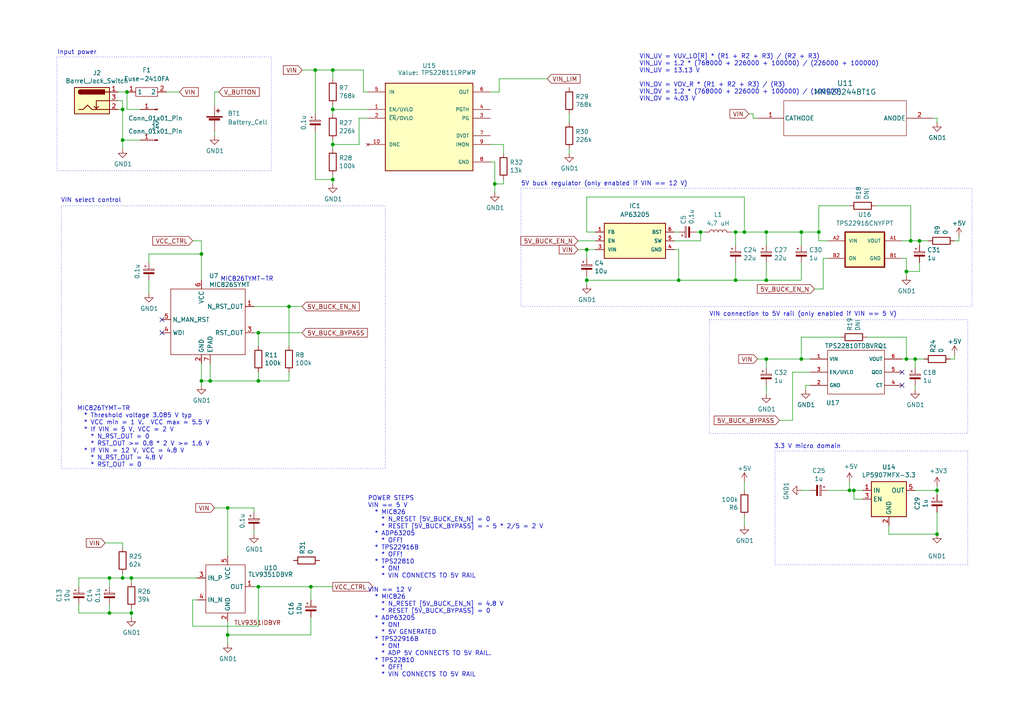
<source format=kicad_sch>
(kicad_sch (version 20231120) (generator "eeschema") (generator_version "8.0")
  (paper "A4")
  (lib_symbols
    (symbol "Connector:Barrel_Jack_Switch" (pin_names hide)
      (property "Reference" "J" (at 0 5.334 0))
      (property "Value" "Barrel_Jack_Switch" (at 0 -5.08 0))
      (symbol "Barrel_Jack_Switch_0_1"
        (rectangle (start -5.08 3.81) (end 5.08 -3.81) (stroke (width 0.254)) (fill (type background)))
        (arc (start -3.302 3.175) (mid -3.9343 2.54) (end -3.302 1.905) (stroke (width 0.254)))
        (arc (start -3.302 3.175) (mid -3.9343 2.54) (end -3.302 1.905) (stroke (width 0.254)) (fill (type outline)))
        (polyline (pts (xy 1.27 -2.286) (xy 1.905 -1.651)) (stroke (width 0.254)))
        (polyline (pts (xy 5.08 2.54) (xy 3.81 2.54)) (stroke (width 0.254)))
        (polyline (pts (xy 5.08 0) (xy 1.27 0) (xy 1.27 -2.286) (xy 0.635 -1.651)) (stroke (width 0.254)))
        (polyline (pts (xy -3.81 -2.54) (xy -2.54 -2.54) (xy -1.27 -1.27) (xy 0 -2.54) (xy 2.54 -2.54) (xy 5.08 -2.54)) (stroke (width 0.254)))
        (rectangle (start 3.683 3.175) (end -3.302 1.905) (stroke (width 0.254)) (fill (type outline)))
      )
      (symbol "Barrel_Jack_Switch_1_1"
        (pin passive line (at 7.62 2.54 180) (length 2.54) (name "~") (number "1"))
        (pin passive line (at 7.62 -2.54 180) (length 2.54) (name "~") (number "2"))
        (pin passive line (at 7.62 0 180) (length 2.54) (name "~") (number "3"))
      )
    )
    (symbol "Connector:Conn_01x01_Pin" (pin_names (offset 1.016) hide)
      (property "Reference" "J" (at 0 2.54 0))
      (property "Value" "Conn_01x01_Pin" (at 0 -2.54 0))
      (symbol "Conn_01x01_Pin_1_1"
        (polyline (pts (xy 1.27 0) (xy 0.8636 0)) (stroke (width 0.1524)))
        (rectangle (start 0.8636 0.127) (end 0 -0.127) (stroke (width 0.1524)) (fill (type outline)))
        (pin passive line (at 5.08 0 180) (length 3.81) (name "Pin_1") (number "1"))
      )
    )
    (symbol "Device:Battery_Cell" (pin_numbers hide) (pin_names (offset 0) hide)
      (property "Reference" "BT" (at 2.54 2.54 0))
      (property "Value" "Battery_Cell" (at 2.54 0 0))
      (symbol "Battery_Cell_0_1"
        (rectangle (start -2.286 1.778) (end 2.286 1.524) (fill (type outline)))
        (rectangle (start -1.5748 1.1938) (end 1.4732 0.6858) (fill (type outline)))
        (polyline (pts (xy 0 0.762) (xy 0 0)))
        (polyline (pts (xy 0 1.778) (xy 0 2.54)))
        (polyline (pts (xy 0.508 3.429) (xy 1.524 3.429)) (stroke (width 0.254)))
        (polyline (pts (xy 1.016 3.937) (xy 1.016 2.921)) (stroke (width 0.254)))
      )
      (symbol "Battery_Cell_1_1"
        (pin passive line (at 0 5.08 270) (length 2.54) (name "+") (number "1"))
        (pin passive line (at 0 -2.54 90) (length 2.54) (name "-") (number "2"))
      )
    )
    (symbol "Device:L" (pin_numbers hide) (pin_names (offset 1.016) hide)
      (property "Reference" "L" (at -1.27 0 90))
      (property "Value" "L" (at 1.905 0 90))
      (symbol "L_0_1"
        (arc (start 0 -2.54) (mid 0.6323 -1.905) (end 0 -1.27))
        (arc (start 0 -1.27) (mid 0.6323 -0.635) (end 0 0))
        (arc (start 0 0) (mid 0.6323 0.635) (end 0 1.27))
        (arc (start 0 1.27) (mid 0.6323 1.905) (end 0 2.54))
      )
      (symbol "L_1_1"
        (pin passive line (at 0 3.81 270) (length 1.27) (name "1") (number "1"))
        (pin passive line (at 0 -3.81 90) (length 1.27) (name "2") (number "2"))
      )
    )
    (symbol "Device:R" (pin_numbers hide) (pin_names (offset 0))
      (property "Reference" "R" (at 2.032 0 90))
      (property "Value" "R" (at 0 0 90))
      (symbol "R_0_1"
        (rectangle (start -1.016 -2.54) (end 1.016 2.54) (stroke (width 0.254)))
      )
      (symbol "R_1_1"
        (pin passive line (at 0 3.81 270) (length 1.27) (name "~") (number "1"))
        (pin passive line (at 0 -3.81 90) (length 1.27) (name "~") (number "2"))
      )
    )
    (symbol "Regulator_Linear:LP5907MFX-3.3"
      (property "Reference" "U" (at -3.81 6.35 0))
      (property "Value" "LP5907MFX-3.3" (at 6.35 6.35 0))
      (symbol "LP5907MFX-3.3_0_1"
        (rectangle (start -5.08 -5.08) (end 5.08 5.08) (stroke (width 0.254)) (fill (type background)))
        (pin power_in line (at -7.62 2.54 0) (length 2.54) (name "IN") (number "1"))
        (pin power_in line (at 0 -7.62 90) (length 2.54) (name "GND") (number "2"))
        (pin input line (at -7.62 0 0) (length 2.54) (name "EN") (number "3"))
        (pin no_connect line (at 5.08 0 180) (length 2.54) hide (name "NC") (number "4"))
        (pin power_out line (at 7.62 2.54 180) (length 2.54) (name "OUT") (number "5"))
      )
    )
    (symbol "power:+5V" (power) (pin_names (offset 0))
      (property "Value" "+5V" (at 0 3.556 0))
      (symbol "+5V_0_1"
        (polyline (pts (xy -0.762 1.27) (xy 0 2.54)))
        (polyline (pts (xy 0 0) (xy 0 2.54)))
        (polyline (pts (xy 0 2.54) (xy 0.762 1.27)))
      )
      (symbol "+5V_1_1"
        (pin power_in line (at 0 0 90) (length 0) hide (name "+5V") (number "1"))
      )
    )
    (symbol "power:GND1" (power) (pin_names (offset 0))
      (property "Value" "GND1" (at 0 -3.81 0))
      (symbol "GND1_0_1"
        (polyline (pts (xy 0 0) (xy 0 -1.27) (xy 1.27 -1.27) (xy 0 -2.54) (xy -1.27 -1.27) (xy 0 -1.27)))
      )
      (symbol "GND1_1_1"
        (pin power_in line (at 0 0 270) (length 0) hide (name "GND1") (number "1"))
      )
    )
    (symbol "spudglo_driver_v3p1-rescue:+3.3V-power" (power) (pin_names (offset 0))
      (property "Value" "+3.3V-power" (at 0 3.556 0))
      (symbol "+3.3V-power_0_1"
        (polyline (pts (xy -0.762 1.27) (xy 0 2.54)))
        (polyline (pts (xy 0 0) (xy 0 2.54)))
        (polyline (pts (xy 0 2.54) (xy 0.762 1.27)))
      )
      (symbol "+3.3V-power_1_1"
        (pin power_in line (at 0 0 90) (length 0) hide (name "+3V3") (number "1"))
      )
    )
    (symbol "spudglo_driver_v3p1-rescue:CP_Small-Device" (pin_numbers hide) (pin_names (offset 0.254) hide)
      (property "Reference" "C" (at 0.254 1.778 0))
      (property "Value" "CP_Small-Device" (at 0.254 -2.032 0))
      (symbol "CP_Small-Device_0_1"
        (rectangle (start -1.524 -0.3048) (end 1.524 -0.6858) (fill (type outline)))
        (rectangle (start -1.524 0.6858) (end 1.524 0.3048))
        (polyline (pts (xy -1.27 1.524) (xy -0.762 1.524)))
        (polyline (pts (xy -1.016 1.27) (xy -1.016 1.778)))
      )
      (symbol "CP_Small-Device_1_1"
        (pin passive line (at 0 2.54 270) (length 1.8542) (name "~") (number "1"))
        (pin passive line (at 0 -2.54 90) (length 1.8542) (name "~") (number "2"))
      )
    )
    (symbol "srw_custom:AP63205" (pin_names (offset 1.016))
      (property "Reference" "IC" (at 0 6.35 0))
      (property "Value" "AP63205" (at 0 -6.35 0))
      (symbol "AP63205_0_0"
        (rectangle (start -8.89 -5.08) (end 8.89 5.08) (stroke (width 0.254)) (fill (type background)))
        (pin bidirectional line (at -11.43 2.54 0) (length 2.54) (name "FB") (number "1"))
        (pin bidirectional line (at -11.43 0 0) (length 2.54) (name "EN") (number "2"))
        (pin bidirectional line (at -11.43 -2.54 0) (length 2.54) (name "VIN") (number "3"))
        (pin bidirectional line (at 11.43 -2.54 180) (length 2.54) (name "GND") (number "4"))
        (pin bidirectional line (at 11.43 0 180) (length 2.54) (name "SW") (number "5"))
        (pin bidirectional line (at 11.43 2.54 180) (length 2.54) (name "BST") (number "6"))
      )
    )
    (symbol "srw_custom:Fuse-2410FA"
      (property "Reference" "F" (at 0 0 0))
      (property "Value" "Fuse-2410FA" (at 0 2.54 0))
      (symbol "Fuse-2410FA_0_1"
        (rectangle (start 0 -2.54) (end 6.35 -5.08))
      )
      (symbol "Fuse-2410FA_1_1"
        (pin input line (at -2.54 -3.81 0) (length 2.54) (name "1") (number "1"))
        (pin input line (at 8.89 -3.81 180) (length 2.54) (name "2") (number "2"))
      )
    )
    (symbol "srw_custom:MIC826SYMT"
      (property "Reference" "U" (at -1.778 2.54 0))
      (symbol "MIC826SYMT_1_1"
        (rectangle (start 0 0) (end 21.59 -19.05))
        (pin input line (at 24.13 -5.08 180) (length 2.54) (name "N_RST_OUT") (number "1"))
        (pin input line (at 8.89 -21.59 90) (length 2.54) (name "GND") (number "2"))
        (pin input line (at 24.13 -12.7 180) (length 2.54) (name "RST_OUT") (number "3"))
        (pin input line (at -2.54 -12.7 0) (length 2.54) (name "WDI") (number "4"))
        (pin input line (at -2.54 -8.89 0) (length 2.54) (name "N_MAN_RST") (number "5"))
        (pin input line (at 8.89 2.54 270) (length 2.54) (name "VCC") (number "6"))
        (pin input line (at 11.43 -21.59 90) (length 2.54) (name "EPAD") (number "7"))
      )
    )
    (symbol "srw_custom:MMSZ5244BT1G" (pin_names (offset 0.254))
      (property "Reference" "U" (at 25.4 10.16 0))
      (property "Value" "MMSZ5244BT1G" (at 25.4 7.62 0))
      (symbol "MMSZ5244BT1G_0_1"
        (polyline (pts (xy 7.62 -5.08) (xy 43.18 -5.08)) (stroke (width 0.127)))
        (polyline (pts (xy 7.62 5.08) (xy 7.62 -5.08)) (stroke (width 0.127)))
        (polyline (pts (xy 43.18 -5.08) (xy 43.18 5.08)) (stroke (width 0.127)))
        (polyline (pts (xy 43.18 5.08) (xy 7.62 5.08)) (stroke (width 0.127)))
        (pin unspecified line (at 0 0 0) (length 7.62) (name "CATHODE") (number "1"))
        (pin unspecified line (at 50.8 0 180) (length 7.62) (name "ANODE") (number "2"))
      )
    )
    (symbol "srw_custom:TLV9351IDBVR"
      (property "Reference" "U" (at 3.81 -1.778 0))
      (symbol "TLV9351IDBVR_0_1"
        (rectangle (start 3.81 -3.81) (end 15.24 -17.78))
      )
      (symbol "TLV9351IDBVR_1_1"
        (text "TLV9351IDBVR" (at 18.796 -20.574 0) (effects (font (size 1.27 1.27))))
        (pin input line (at 17.78 -10.16 180) (length 2.54) (name "OUT") (number "1"))
        (pin input line (at 10.16 -20.32 90) (length 2.54) (name "GND") (number "2"))
        (pin input line (at 1.27 -7.62 0) (length 2.54) (name "IN_P") (number "3"))
        (pin input line (at 1.27 -13.97 0) (length 2.54) (name "IN_N") (number "4"))
        (pin input line (at 10.16 -1.27 270) (length 2.54) (name "VCC") (number "5"))
      )
    )
    (symbol "srw_custom:TPS22810TDBVRQ1"
      (property "Reference" "U" (at -1.778 1.778 0))
      (symbol "TPS22810TDBVRQ1_0_0"
        (pin bidirectional line (at -5.08 -2.54 0) (length 5.08) (name "VIN") (number "1"))
        (pin bidirectional line (at -5.08 -10.16 0) (length 5.08) (name "GND") (number "2"))
        (pin bidirectional line (at -5.08 -6.35 0) (length 5.08) (name "EN/UVLO") (number "3"))
        (pin bidirectional line (at 21.59 -10.16 180) (length 5.08) (name "CT") (number "4"))
        (pin bidirectional line (at 21.59 -6.35 180) (length 5.08) (name "QOD") (number "5"))
        (pin bidirectional line (at 21.59 -2.54 180) (length 5.08) (name "VOUT") (number "6"))
      )
      (symbol "TPS22810TDBVRQ1_1_1"
        (rectangle (start 0 0) (end 16.51 -12.7))
      )
    )
    (symbol "srw_custom:TPS22811LRPWR" (pin_names (offset 1.016))
      (property "Reference" "U" (at -12.7 13.462 0))
      (property "Value" "TPS22811LRPWR" (at -12.7 -15.24 0))
      (symbol "TPS22811LRPWR_0_0"
        (rectangle (start -12.7 -12.7) (end 12.7 12.7) (stroke (width 0.254)) (fill (type background)))
        (pin input line (at -17.78 5.08 0) (length 5.08) (name "EN/UVLO") (number "1"))
        (pin no_connect line (at -17.78 -5.08 0) (length 5.08) (name "DNC") (number "10"))
        (pin input line (at -17.78 2.54 0) (length 5.08) (name "~{EN}/OVLO") (number "2"))
        (pin output line (at 17.78 2.54 180) (length 5.08) (name "PG") (number "3"))
        (pin input line (at 17.78 5.08 180) (length 5.08) (name "PGTH") (number "4"))
        (pin input line (at -17.78 10.16 0) (length 5.08) (name "IN") (number "5"))
        (pin output line (at 17.78 10.16 180) (length 5.08) (name "OUT") (number "6"))
        (pin output line (at 17.78 -2.54 180) (length 5.08) (name "DVDT") (number "7"))
        (pin power_in line (at 17.78 -10.16 180) (length 5.08) (name "GND") (number "8"))
        (pin output line (at 17.78 -5.08 180) (length 5.08) (name "IMON") (number "9"))
      )
    )
    (symbol "srw_custom:TPS22916BYFPT" (pin_names (offset 1.016))
      (property "Reference" "U" (at -17.8193 8.6391 0))
      (property "Value" "TPS22916BYFPT" (at -29.464 -5.842 0))
      (symbol "TPS22916BYFPT_0_0"
        (rectangle (start -17.78 7.62) (end -6.35 -2.54) (stroke (width 0.41)) (fill (type background)))
        (pin output line (at -1.27 5.08 180) (length 5.08) (name "VOUT") (number "A1"))
        (pin input line (at -22.86 5.08 0) (length 5.08) (name "VIN") (number "A2"))
        (pin power_in line (at -1.27 0 180) (length 5.08) (name "GND") (number "B1"))
        (pin bidirectional line (at -22.86 0 0) (length 5.08) (name "ON") (number "B2"))
      )
    )
  )
  (junction (at 222.25 81.28))
  (junction (at 83.82 88.9))
  (junction (at 36.83 26.67))
  (junction (at 91.44 20.32))
  (junction (at 222.25 104.14))
  (junction (at 265.43 104.14))
  (junction (at 262.89 104.14))
  (junction (at 66.04 147.32))
  (junction (at 170.18 72.39))
  (junction (at 222.25 67.31))
  (junction (at 74.93 96.52))
  (junction (at 246.38 142.24))
  (junction (at 58.42 110.49))
  (junction (at 58.42 73.66))
  (junction (at 170.18 81.28))
  (junction (at 74.93 170.18))
  (junction (at 96.52 20.32))
  (junction (at 247.65 142.24))
  (junction (at 96.52 31.75))
  (junction (at 264.16 69.85))
  (junction (at 35.56 31.75))
  (junction (at 215.9 67.31))
  (junction (at 31.75 167.64))
  (junction (at 60.96 110.49))
  (junction (at 35.56 40.64))
  (junction (at 35.56 167.64))
  (junction (at 271.78 154.94))
  (junction (at 213.36 81.28))
  (junction (at 31.75 177.8))
  (junction (at 90.17 170.18))
  (junction (at 232.41 104.14))
  (junction (at 96.52 52.07))
  (junction (at 271.78 142.24))
  (junction (at 38.1 177.8))
  (junction (at 262.89 78.74))
  (junction (at 213.36 67.31))
  (junction (at 203.2 67.31))
  (junction (at 143.51 53.34))
  (junction (at 96.52 41.91))
  (junction (at 38.1 167.64))
  (junction (at 237.49 67.31))
  (junction (at 266.7 69.85))
  (junction (at 232.41 67.31))
  (junction (at 74.93 110.49))
  (junction (at 196.85 81.28))
  (junction (at 66.04 184.15))
  (no_connect (at 261.62 107.95))
  (no_connect (at 46.99 92.71))
  (no_connect (at 261.62 111.76))
  (no_connect (at 46.99 96.52))
  (wire (pts (xy 22.86 167.64) (xy 31.75 167.64)))
  (wire (pts (xy 237.49 69.85) (xy 240.03 69.85)))
  (wire (pts (xy 22.86 170.18) (xy 22.86 167.64)))
  (wire (pts (xy 96.52 30.48) (xy 96.52 31.75)))
  (wire (pts (xy 276.86 104.14) (xy 276.86 102.87)))
  (wire (pts (xy 31.75 175.26) (xy 31.75 177.8)))
  (wire (pts (xy 35.56 158.75) (xy 35.56 157.48)))
  (wire (pts (xy 262.89 74.93) (xy 262.89 78.74)))
  (wire (pts (xy 40.64 31.75) (xy 36.83 31.75)))
  (wire (pts (xy 87.63 20.32) (xy 91.44 20.32)))
  (wire (pts (xy 31.75 177.8) (xy 38.1 177.8)))
  (wire (pts (xy 96.52 52.07) (xy 96.52 53.34)))
  (wire (pts (xy 215.9 139.7) (xy 215.9 142.24)))
  (wire (pts (xy 31.75 167.64) (xy 31.75 170.18)))
  (wire (pts (xy 83.82 107.95) (xy 83.82 110.49)))
  (wire (pts (xy 266.7 78.74) (xy 262.89 78.74)))
  (wire (pts (xy 257.81 152.4) (xy 257.81 154.94)))
  (wire (pts (xy 96.52 50.8) (xy 96.52 52.07)))
  (wire (pts (xy 38.1 177.8) (xy 38.1 179.07)))
  (wire (pts (xy 105.41 26.67) (xy 106.68 26.67)))
  (wire (pts (xy 35.56 166.37) (xy 35.56 167.64)))
  (wire (pts (xy 90.17 170.18) (xy 90.17 173.99)))
  (wire (pts (xy 266.7 71.12) (xy 266.7 69.85)))
  (wire (pts (xy 262.89 104.14) (xy 265.43 104.14)))
  (wire (pts (xy 271.78 142.24) (xy 265.43 142.24)))
  (wire (pts (xy 91.44 20.32) (xy 96.52 20.32)))
  (wire (pts (xy 35.56 40.64) (xy 40.64 40.64)))
  (wire (pts (xy 170.18 72.39) (xy 172.72 72.39)))
  (wire (pts (xy 58.42 110.49) (xy 58.42 111.76)))
  (wire (pts (xy 43.18 73.66) (xy 43.18 76.2)))
  (wire (pts (xy 195.58 67.31) (xy 196.85 67.31)))
  (wire (pts (xy 96.52 20.32) (xy 105.41 20.32)))
  (wire (pts (xy 196.85 72.39) (xy 195.58 72.39)))
  (wire (pts (xy 215.9 149.86) (xy 215.9 152.4)))
  (wire (pts (xy 57.15 173.99) (xy 55.88 173.99)))
  (wire (pts (xy 232.41 104.14) (xy 234.95 104.14)))
  (wire (pts (xy 170.18 57.15) (xy 215.9 57.15)))
  (wire (pts (xy 261.62 74.93) (xy 262.89 74.93)))
  (wire (pts (xy 212.09 67.31) (xy 213.36 67.31)))
  (wire (pts (xy 58.42 69.85) (xy 58.42 73.66)))
  (wire (pts (xy 232.41 71.12) (xy 232.41 67.31)))
  (wire (pts (xy 34.29 26.67) (xy 36.83 26.67)))
  (wire (pts (xy 74.93 107.95) (xy 74.93 110.49)))
  (wire (pts (xy 143.51 53.34) (xy 143.51 55.88)))
  (wire (pts (xy 38.1 167.64) (xy 57.15 167.64)))
  (wire (pts (xy 232.41 142.24) (xy 234.95 142.24)))
  (wire (pts (xy 233.68 111.76) (xy 234.95 111.76)))
  (wire (pts (xy 73.66 96.52) (xy 74.93 96.52)))
  (wire (pts (xy 266.7 69.85) (xy 269.24 69.85)))
  (wire (pts (xy 218.44 33.02) (xy 217.17 33.02)))
  (wire (pts (xy 238.76 74.93) (xy 240.03 74.93)))
  (wire (pts (xy 261.62 69.85) (xy 264.16 69.85)))
  (wire (pts (xy 232.41 67.31) (xy 237.49 67.31)))
  (wire (pts (xy 246.38 139.7) (xy 246.38 142.24)))
  (wire (pts (xy 60.96 105.41) (xy 60.96 110.49)))
  (wire (pts (xy 96.52 41.91) (xy 96.52 43.18)))
  (wire (pts (xy 265.43 104.14) (xy 265.43 106.68)))
  (wire (pts (xy 251.46 97.79) (xy 262.89 97.79)))
  (wire (pts (xy 233.68 113.03) (xy 233.68 111.76)))
  (wire (pts (xy 146.05 41.91) (xy 142.24 41.91)))
  (wire (pts (xy 213.36 76.2) (xy 213.36 81.28)))
  (wire (pts (xy 31.75 167.64) (xy 35.56 167.64)))
  (wire (pts (xy 73.66 153.67) (xy 73.66 154.94)))
  (wire (pts (xy 38.1 176.53) (xy 38.1 177.8)))
  (wire (pts (xy 229.87 121.92) (xy 229.87 107.95)))
  (wire (pts (xy 142.24 46.99) (xy 143.51 46.99)))
  (wire (pts (xy 83.82 100.33) (xy 83.82 88.9)))
  (wire (pts (xy 271.78 34.29) (xy 271.78 35.56)))
  (wire (pts (xy 232.41 81.28) (xy 232.41 76.2)))
  (wire (pts (xy 165.1 43.18) (xy 165.1 44.45)))
  (wire (pts (xy 104.14 34.29) (xy 104.14 41.91)))
  (wire (pts (xy 170.18 81.28) (xy 170.18 82.55)))
  (wire (pts (xy 58.42 105.41) (xy 58.42 110.49)))
  (wire (pts (xy 74.93 110.49) (xy 83.82 110.49)))
  (wire (pts (xy 146.05 44.45) (xy 146.05 41.91)))
  (wire (pts (xy 278.13 68.58) (xy 278.13 69.85)))
  (wire (pts (xy 250.19 142.24) (xy 247.65 142.24)))
  (wire (pts (xy 247.65 144.78) (xy 247.65 142.24)))
  (wire (pts (xy 60.96 110.49) (xy 74.93 110.49)))
  (wire (pts (xy 219.71 104.14) (xy 222.25 104.14)))
  (wire (pts (xy 170.18 74.93) (xy 170.18 72.39)))
  (wire (pts (xy 48.26 26.67) (xy 52.07 26.67)))
  (wire (pts (xy 66.04 184.15) (xy 66.04 186.69)))
  (wire (pts (xy 22.86 177.8) (xy 22.86 175.26)))
  (wire (pts (xy 74.93 96.52) (xy 74.93 100.33)))
  (wire (pts (xy 31.75 177.8) (xy 22.86 177.8)))
  (wire (pts (xy 276.86 69.85) (xy 278.13 69.85)))
  (wire (pts (xy 144.78 22.86) (xy 144.78 26.67)))
  (wire (pts (xy 261.62 104.14) (xy 262.89 104.14)))
  (wire (pts (xy 222.25 81.28) (xy 232.41 81.28)))
  (wire (pts (xy 43.18 81.28) (xy 43.18 85.09)))
  (wire (pts (xy 264.16 69.85) (xy 266.7 69.85)))
  (wire (pts (xy 91.44 38.1) (xy 91.44 52.07)))
  (wire (pts (xy 74.93 96.52) (xy 87.63 96.52)))
  (wire (pts (xy 30.48 157.48) (xy 35.56 157.48)))
  (wire (pts (xy 275.59 104.14) (xy 276.86 104.14)))
  (wire (pts (xy 35.56 31.75) (xy 35.56 29.21)))
  (wire (pts (xy 35.56 29.21) (xy 34.29 29.21)))
  (wire (pts (xy 257.81 154.94) (xy 271.78 154.94)))
  (wire (pts (xy 90.17 179.07) (xy 90.17 184.15)))
  (wire (pts (xy 43.18 73.66) (xy 58.42 73.66)))
  (wire (pts (xy 203.2 67.31) (xy 204.47 67.31)))
  (wire (pts (xy 271.78 143.51) (xy 271.78 142.24)))
  (wire (pts (xy 222.25 106.68) (xy 222.25 104.14)))
  (wire (pts (xy 229.87 107.95) (xy 234.95 107.95)))
  (wire (pts (xy 222.25 76.2) (xy 222.25 81.28)))
  (wire (pts (xy 62.23 30.48) (xy 62.23 26.67)))
  (wire (pts (xy 104.14 41.91) (xy 96.52 41.91)))
  (wire (pts (xy 143.51 53.34) (xy 146.05 53.34)))
  (wire (pts (xy 250.19 144.78) (xy 247.65 144.78)))
  (wire (pts (xy 62.23 147.32) (xy 66.04 147.32)))
  (wire (pts (xy 243.84 97.79) (xy 232.41 97.79)))
  (wire (pts (xy 74.93 170.18) (xy 74.93 181.61)))
  (wire (pts (xy 213.36 81.28) (xy 222.25 81.28)))
  (wire (pts (xy 34.29 31.75) (xy 35.56 31.75)))
  (wire (pts (xy 62.23 26.67) (xy 63.5 26.67)))
  (wire (pts (xy 246.38 142.24) (xy 240.03 142.24)))
  (wire (pts (xy 62.23 38.1) (xy 62.23 39.37)))
  (wire (pts (xy 167.64 72.39) (xy 170.18 72.39)))
  (wire (pts (xy 74.93 170.18) (xy 73.66 170.18)))
  (wire (pts (xy 35.56 40.64) (xy 35.56 43.18)))
  (wire (pts (xy 146.05 52.07) (xy 146.05 53.34)))
  (wire (pts (xy 222.25 104.14) (xy 232.41 104.14)))
  (wire (pts (xy 264.16 69.85) (xy 264.16 59.69)))
  (wire (pts (xy 196.85 72.39) (xy 196.85 81.28)))
  (wire (pts (xy 90.17 170.18) (xy 96.52 170.18)))
  (wire (pts (xy 73.66 147.32) (xy 73.66 148.59)))
  (wire (pts (xy 91.44 52.07) (xy 96.52 52.07)))
  (wire (pts (xy 143.51 46.99) (xy 143.51 53.34)))
  (wire (pts (xy 35.56 31.75) (xy 35.56 40.64)))
  (wire (pts (xy 215.9 67.31) (xy 222.25 67.31)))
  (wire (pts (xy 237.49 67.31) (xy 237.49 69.85)))
  (wire (pts (xy 264.16 59.69) (xy 254 59.69)))
  (wire (pts (xy 55.88 173.99) (xy 55.88 181.61)))
  (wire (pts (xy 105.41 20.32) (xy 105.41 26.67)))
  (wire (pts (xy 96.52 31.75) (xy 96.52 33.02)))
  (wire (pts (xy 222.25 67.31) (xy 232.41 67.31)))
  (wire (pts (xy 196.85 81.28) (xy 213.36 81.28)))
  (wire (pts (xy 66.04 147.32) (xy 66.04 161.29)))
  (wire (pts (xy 238.76 74.93) (xy 238.76 83.82)))
  (wire (pts (xy 266.7 76.2) (xy 266.7 78.74)))
  (wire (pts (xy 55.88 181.61) (xy 74.93 181.61)))
  (wire (pts (xy 66.04 184.15) (xy 90.17 184.15)))
  (wire (pts (xy 36.83 31.75) (xy 36.83 26.67)))
  (wire (pts (xy 91.44 20.32) (xy 91.44 33.02)))
  (wire (pts (xy 219.71 34.29) (xy 218.44 34.29)))
  (wire (pts (xy 213.36 67.31) (xy 213.36 71.12)))
  (wire (pts (xy 144.78 22.86) (xy 158.75 22.86)))
  (wire (pts (xy 226.06 121.92) (xy 229.87 121.92)))
  (wire (pts (xy 170.18 67.31) (xy 172.72 67.31)))
  (wire (pts (xy 170.18 81.28) (xy 196.85 81.28)))
  (wire (pts (xy 271.78 148.59) (xy 271.78 154.94)))
  (wire (pts (xy 38.1 167.64) (xy 38.1 168.91)))
  (wire (pts (xy 195.58 69.85) (xy 203.2 69.85)))
  (wire (pts (xy 218.44 34.29) (xy 218.44 33.02)))
  (wire (pts (xy 167.64 69.85) (xy 172.72 69.85)))
  (wire (pts (xy 96.52 41.91) (xy 96.52 40.64)))
  (wire (pts (xy 96.52 31.75) (xy 106.68 31.75)))
  (wire (pts (xy 66.04 180.34) (xy 66.04 184.15)))
  (wire (pts (xy 271.78 142.24) (xy 271.78 140.97)))
  (wire (pts (xy 170.18 80.01) (xy 170.18 81.28)))
  (wire (pts (xy 270.51 34.29) (xy 271.78 34.29)))
  (wire (pts (xy 58.42 73.66) (xy 58.42 81.28)))
  (wire (pts (xy 265.43 111.76) (xy 265.43 113.03)))
  (wire (pts (xy 170.18 57.15) (xy 170.18 67.31)))
  (wire (pts (xy 247.65 142.24) (xy 246.38 142.24)))
  (wire (pts (xy 237.49 67.31) (xy 237.49 59.69)))
  (wire (pts (xy 58.42 110.49) (xy 60.96 110.49)))
  (wire (pts (xy 73.66 88.9) (xy 83.82 88.9)))
  (wire (pts (xy 265.43 104.14) (xy 267.97 104.14)))
  (wire (pts (xy 262.89 97.79) (xy 262.89 104.14)))
  (wire (pts (xy 222.25 67.31) (xy 222.25 71.12)))
  (wire (pts (xy 232.41 97.79) (xy 232.41 104.14)))
  (wire (pts (xy 237.49 59.69) (xy 246.38 59.69)))
  (wire (pts (xy 74.93 170.18) (xy 90.17 170.18)))
  (wire (pts (xy 96.52 20.32) (xy 96.52 22.86)))
  (wire (pts (xy 66.04 147.32) (xy 73.66 147.32)))
  (wire (pts (xy 201.93 67.31) (xy 203.2 67.31)))
  (wire (pts (xy 222.25 111.76) (xy 222.25 114.3)))
  (wire (pts (xy 203.2 69.85) (xy 203.2 67.31)))
  (wire (pts (xy 106.68 34.29) (xy 104.14 34.29)))
  (wire (pts (xy 144.78 26.67) (xy 142.24 26.67)))
  (wire (pts (xy 215.9 57.15) (xy 215.9 67.31)))
  (wire (pts (xy 236.22 83.82) (xy 238.76 83.82)))
  (wire (pts (xy 35.56 167.64) (xy 38.1 167.64)))
  (wire (pts (xy 165.1 33.02) (xy 165.1 35.56)))
  (wire (pts (xy 83.82 88.9) (xy 87.63 88.9)))
  (wire (pts (xy 262.89 78.74) (xy 262.89 80.01)))
  (wire (pts (xy 213.36 67.31) (xy 215.9 67.31)))
  (wire (pts (xy 55.88 69.85) (xy 58.42 69.85)))
  (rectangle (start 151.13 54.61) (end 281.94 88.9) (stroke (width 0) (type dot)))
  (rectangle (start 16.51 16.51) (end 78.74 49.53) (stroke (width 0) (type dot)))
  (rectangle (start 205.74 92.71) (end 280.67 125.73) (stroke (width 0) (type dot)))
  (rectangle (start 17.78 59.69) (end 111.76 135.89) (stroke (width 0) (type dot)))
  (rectangle (start 224.79 130.81) (end 280.67 163.83) (stroke (width 0) (type dot)))
  (text "VIN select control" (at 26.416 58.166 0) (effects (font (size 1.27 1.27))))
  (text "VIN connection to 5V rail (only enabled if VIN == 5 V)" (at 232.918 91.186 0) (effects (font (size 1.27 1.27))))
  (text "5V buck regulator (only enabled if VIN == 12 V)" (at 175.26 53.34 0) (effects (font (size 1.27 1.27))))
  (text "MIC826TYMT-TR" (at 71.628 81.026 0) (effects (font (size 1.27 1.27))))
  (text "POWER STEPS\nVIN == 5 V\n  * MIC826\n    * N_RESET [5V_BUCK_EN_N] = 0\n    * RESET [5V_BUCK_BYPASS] = ~ 5 * 2/5 = 2 V\n  * ADP63205\n    * OFF! \n  * TPS22916B\n    * OFF! \n  * TPS22810\n    * ON!  \n    * VIN CONNECTS TO 5V RAIL\n\nVIN == 12 V\n  * MIC826 \n    * N_RESET [5V_BUCK_EN_N] = 4.8 V\n    * RESET [5V_BUCK_BYPASS] = 0\n  * ADP63205\n    * ON! \n    * 5V GENERATED\n  * TPS22916B\n    * ON!\n    * ADP 5V CONNECTS TO 5V RAIL.\n  * TPS22810\n    * OFF!  \n    * VIN CONNECTS TO 5V RAIL" (at 106.68 170.18 0) (effects (font (size 1.27 1.27)) (justify left)))
  (text "Input power\n" (at 22.352 15.24 0) (effects (font (size 1.27 1.27))))
  (text "VIN_UV = VUV_LO[R] * (R1 + R2 + R3) / (R2 + R3)\nVIN_UV = 1.2 * (768000 + 226000 + 100000) / (226000 + 100000)\nVIN_UV = 13.13 V\n\nVIN_OV = VOV_R * (R1 + R2 + R3) / (R3)\nVIN_OV = 1.2 * (768000 + 226000 + 100000) / (100000)\nVIN_OV = 4.03 V" (at 185.42 22.606 0) (effects (font (size 1.27 1.27)) (justify left)))
  (text "MIC826TYMT-TR\n  * Threshold voltage 3.085 V typ\n  * VCC min = 1 V.  VCC max = 5.5 V\n  * If VIN = 5 V, VCC = 2 V\n    * N_RST_OUT = 0 \n    * RST_OUT >= 0.8 * 2 V >= 1.6 V\n  * If VIN = 12 V, VCC = 4.8 V\n    * N_RST_OUT = 4.8 V \n    * RST_OUT = 0 \n" (at 22.352 126.746 0) (effects (font (size 1.27 1.27)) (justify left)))
  (text "3.3 V micro domain" (at 234.188 129.54 0) (effects (font (size 1.27 1.27))))
  (global_label "V_BUTTON" (shape input) (at 63.5 26.67 0) (property "Intersheetrefs" "${INTERSHEET_REFS}" (effects (hide yes))))
  (global_label "VIN" (shape input) (at 219.71 104.14 180) (property "Intersheetrefs" "${INTERSHEET_REFS}" (effects (hide yes))))
  (global_label "VIN" (shape input) (at 30.48 157.48 180) (property "Intersheetrefs" "${INTERSHEET_REFS}" (effects (hide yes))))
  (global_label "5V_BUCK_EN_N" (shape input) (at 236.22 83.82 180) (property "Intersheetrefs" "${INTERSHEET_REFS}" (effects (hide yes))))
  (global_label "VIN" (shape input) (at 62.23 147.32 180) (property "Intersheetrefs" "${INTERSHEET_REFS}" (effects (hide yes))))
  (global_label "VIN" (shape input) (at 167.64 72.39 180) (property "Intersheetrefs" "${INTERSHEET_REFS}" (effects (hide yes))))
  (global_label "5V_BUCK_EN_N" (shape input) (at 167.64 69.85 180) (property "Intersheetrefs" "${INTERSHEET_REFS}" (effects (hide yes))))
  (global_label "VCC_CTRL" (shape output) (at 96.52 170.18 0) (property "Intersheetrefs" "${INTERSHEET_REFS}" (effects (hide yes))))
  (global_label "VIN" (shape input) (at 217.17 33.02 180) (property "Intersheetrefs" "${INTERSHEET_REFS}" (effects (hide yes))))
  (global_label "VCC_CTRL" (shape input) (at 55.88 69.85 180) (property "Intersheetrefs" "${INTERSHEET_REFS}" (effects (hide yes))))
  (global_label "5V_BUCK_EN_N" (shape input) (at 87.63 88.9 0) (property "Intersheetrefs" "${INTERSHEET_REFS}" (effects (hide yes))))
  (global_label "VIN" (shape input) (at 87.63 20.32 180) (property "Intersheetrefs" "${INTERSHEET_REFS}" (effects (hide yes))))
  (global_label "5V_BUCK_BYPASS" (shape input) (at 226.06 121.92 180) (property "Intersheetrefs" "${INTERSHEET_REFS}" (effects (hide yes))))
  (global_label "5V_BUCK_BYPASS" (shape input) (at 87.63 96.52 0) (property "Intersheetrefs" "${INTERSHEET_REFS}" (effects (hide yes))))
  (global_label "VIN_LIM" (shape input) (at 158.75 22.86 0) (property "Intersheetrefs" "${INTERSHEET_REFS}" (effects (hide yes))))
  (global_label "VIN" (shape input) (at 52.07 26.67 0) (property "Intersheetrefs" "${INTERSHEET_REFS}" (effects (hide yes))))
  (symbol (lib_id "power:GND1") (at 170.18 82.55 0) (unit 1)
    (property "Reference" "#PWR029" (effects (hide yes)))
    (property "Value" "GND1" (at 170.307 86.9442 0))
  )
  (symbol (lib_id "srw_custom:TPS22810TDBVRQ1") (at 240.03 101.6 0) (unit 1)
    (property "Reference" "U17" (at 241.554 116.84 0))
    (property "Value" "TPS22810TDBVRQ1" (at 248.285 100.33 0))
    (property "Footprint" "srw_custom:TPS22810TDBVRQ1" (effects (hide yes)))
  )
  (symbol (lib_id "Connector:Conn_01x01_Pin") (at 45.72 40.64 180) (unit 1)
    (property "Reference" "J5" (at 45.085 35.56 0))
    (property "Value" "Conn_01x01_Pin" (at 45.085 38.1 0))
    (property "Footprint" "Connector_Pin:Pin_D1.3mm_L11.0mm_LooseFit" (effects (hide yes)))
    (property "Description" "Generic connector, single row, 01x01, script generated" (effects (hide yes)))
  )
  (symbol (lib_id "spudglo_driver_v3p1-rescue:CP_Small-Device") (at 222.25 109.22 0) (unit 1)
    (property "Reference" "C32" (at 224.4852 108.0516 0) (effects (justify left)))
    (property "Value" "1u" (at 224.4852 110.363 0) (effects (justify left)))
    (property "Footprint" "Capacitor_SMD:C_0402_1005Metric_Pad0.74x0.62mm_HandSolder" (effects (hide yes)))
  )
  (symbol (lib_id "spudglo_driver_v3p1-rescue:CP_Small-Device") (at 265.43 109.22 0) (unit 1)
    (property "Reference" "C18" (at 267.6652 108.0516 0) (effects (justify left)))
    (property "Value" "1u" (at 267.6652 110.363 0) (effects (justify left)))
    (property "Footprint" "Capacitor_SMD:C_0402_1005Metric_Pad0.74x0.62mm_HandSolder" (effects (hide yes)))
  )
  (symbol (lib_id "spudglo_driver_v3p1-rescue:CP_Small-Device") (at 237.49 142.24 270) (unit 1)
    (property "Reference" "C25" (at 237.49 136.525 90))
    (property "Value" "1u" (at 237.49 138.8364 90))
    (property "Footprint" "Capacitor_SMD:C_0402_1005Metric_Pad0.74x0.62mm_HandSolder" (effects (hide yes)))
  )
  (symbol (lib_id "Device:R") (at 165.1 39.37 0) (unit 1)
    (property "Reference" "R30" (at 166.878 38.2016 0) (effects (justify left)))
    (property "Value" "226k" (at 166.878 40.513 0) (effects (justify left)))
    (property "Footprint" "Resistor_SMD:R_0402_1005Metric_Pad0.72x0.64mm_HandSolder" (effects (hide yes)))
  )
  (symbol (lib_id "srw_custom:TLV9351IDBVR") (at 55.88 160.02 0) (unit 1)
    (property "Reference" "U10" (at 78.486 164.7189 0))
    (property "Value" "TLV9351DBVR" (at 78.486 166.624 0))
    (property "Footprint" "Package_TO_SOT_SMD:SOT-23-5" (effects (hide yes)))
    (property "Datasheet" "https://www.ti.com/lit/ds/symlink/tlv9354.pdf?HQS=dis-dk-null-digikeymode-dsf-pf-null-wwe&ts=1732030017863" (effects (hide yes)))
  )
  (symbol (lib_id "spudglo_driver_v3p1-rescue:CP_Small-Device") (at 91.44 35.56 0) (unit 1)
    (property "Reference" "C17" (effects (hide yes)))
    (property "Value" "0.1u" (at 88.0364 35.56 90))
    (property "Footprint" "Capacitor_SMD:C_0402_1005Metric_Pad0.74x0.62mm_HandSolder" (effects (hide yes)))
  )
  (symbol (lib_id "srw_custom:TPS22811LRPWR") (at 124.46 36.83 0) (unit 1)
    (property "Reference" "U15" (at 124.46 19.05 0))
    (property "Value" "TPS22811LRPWR" (at 126.746 21.082 0) (show_name yes))
    (property "Footprint" "srw_custom:IC_TPS22811LRPWR" (effects (hide yes)))
    (property "PARTREV" "A" (effects (hide yes)))
    (property "MANUFACTURER" "Texas Instruments" (effects (hide yes)))
    (property "SNAPEDA_PN" "TPS22811LRPWR" (effects (hide yes)))
    (property "MAXIMUM_PACKAGE_HEIGHT" "1mm" (effects (hide yes)))
    (property "STANDARD" "Manufacturer Recommendations" (effects (hide yes)))
  )
  (symbol (lib_id "Device:Battery_Cell") (at 62.23 35.56 0) (unit 1)
    (property "Reference" "BT1" (at 66.04 32.893 0) (effects (justify left)))
    (property "Value" "Battery_Cell" (at 66.04 35.433 0) (effects (justify left)))
    (property "Footprint" "Battery:BatteryHolder_Keystone_500" (effects (hide yes)))
  )
  (symbol (lib_id "Device:R") (at 165.1 29.21 0) (unit 1)
    (property "Reference" "R29" (at 166.878 28.0416 0) (effects (justify left)))
    (property "Value" "768k" (at 166.878 30.353 0) (effects (justify left)))
    (property "Footprint" "Resistor_SMD:R_0402_1005Metric_Pad0.72x0.64mm_HandSolder" (effects (hide yes)))
  )
  (symbol (lib_id "spudglo_driver_v3p1-rescue:CP_Small-Device") (at 43.18 78.74 0) (unit 1)
    (property "Reference" "C28" (effects (hide yes)))
    (property "Value" "0.1u" (at 39.7764 78.74 90))
    (property "Footprint" "Capacitor_SMD:C_0402_1005Metric_Pad0.74x0.62mm_HandSolder" (effects (hide yes)))
  )
  (symbol (lib_id "power:GND1") (at 38.1 179.07 0) (unit 1)
    (property "Reference" "#PWR046" (effects (hide yes)))
    (property "Value" "GND1" (at 38.227 183.4642 0))
  )
  (symbol (lib_id "power:GND1") (at 233.68 113.03 0) (unit 1)
    (property "Reference" "#PWR035" (effects (hide yes)))
    (property "Value" "GND1" (at 233.807 117.4242 0))
  )
  (symbol (lib_id "Device:R") (at 74.93 104.14 0) (unit 1)
    (property "Reference" "R11" (at 76.708 102.9716 0) (effects (justify left)))
    (property "Value" "100k" (at 76.708 105.283 0) (effects (justify left)))
    (property "Footprint" "Resistor_SMD:R_0402_1005Metric_Pad0.72x0.64mm_HandSolder" (effects (hide yes)))
  )
  (symbol (lib_id "power:GND1") (at 58.42 111.76 0) (unit 1)
    (property "Reference" "#PWR033" (effects (hide yes)))
    (property "Value" "GND1" (at 58.547 116.1542 0))
  )
  (symbol (lib_id "power:+5V") (at 276.86 102.87 0) (unit 1)
    (property "Reference" "#PWR024" (effects (hide yes)))
    (property "Value" "+5V" (at 276.86 99.06 0))
  )
  (symbol (lib_id "power:GND1") (at 66.04 186.69 0) (unit 1)
    (property "Reference" "#PWR041" (effects (hide yes)))
    (property "Value" "GND1" (at 66.167 191.0842 0))
  )
  (symbol (lib_id "Device:R") (at 88.9 162.56 90) (unit 1)
    (property "Reference" "R31" (at 87.7316 160.782 0) (effects (justify left)))
    (property "Value" "0" (at 90.043 160.782 0) (effects (justify left)))
    (property "Footprint" "Resistor_SMD:R_0402_1005Metric_Pad0.72x0.64mm_HandSolder" (effects (hide yes)))
  )
  (symbol (lib_id "srw_custom:MMSZ5244BT1G") (at 219.71 34.29 0) (unit 1)
    (property "Reference" "U11" (at 245.11 24.13 0) (effects (font (size 1.524 1.524))))
    (property "Value" "MMSZ5244BT1G" (at 245.11 26.67 0) (effects (font (size 1.524 1.524))))
    (property "Footprint" "srw_custom:SOD-123_ONS" (effects (hide yes)))
    (property "Datasheet" "MMSZ5244BT1G" (effects (hide yes)))
  )
  (symbol (lib_id "power:GND1") (at 165.1 44.45 0) (unit 1)
    (property "Reference" "#PWR061" (effects (hide yes)))
    (property "Value" "GND1" (at 165.227 48.8442 0))
  )
  (symbol (lib_id "spudglo_driver_v3p1-rescue:CP_Small-Device") (at 199.39 67.31 90) (unit 1)
    (property "Reference" "C5" (at 198.2216 65.0748 0) (effects (justify left)))
    (property "Value" "0.1u" (at 200.533 65.0748 0) (effects (justify left)))
    (property "Footprint" "Capacitor_SMD:C_0402_1005Metric_Pad0.74x0.62mm_HandSolder" (effects (hide yes)))
  )
  (symbol (lib_id "Device:R") (at 250.19 59.69 90) (unit 1)
    (property "Reference" "R18" (at 249.0216 57.912 0) (effects (justify left)))
    (property "Value" "DNI" (at 251.333 57.912 0) (effects (justify left)))
    (property "Footprint" "Resistor_SMD:R_0402_1005Metric_Pad0.72x0.64mm_HandSolder" (effects (hide yes)))
  )
  (symbol (lib_id "Regulator_Linear:LP5907MFX-3.3") (at 257.81 144.78 0) (unit 1)
    (property "Reference" "U14" (at 257.81 135.4582 0))
    (property "Value" "LP5907MFX-3.3" (at 257.81 137.7696 0))
    (property "Footprint" "Package_TO_SOT_SMD:SOT-23-5" (effects (hide yes)))
    (property "Datasheet" "http://www.ti.com/lit/ds/symlink/lp5907.pdf" (effects (hide yes)))
  )
  (symbol (lib_id "power:GND1") (at 265.43 113.03 0) (unit 1)
    (property "Reference" "#PWR030" (effects (hide yes)))
    (property "Value" "GND1" (at 265.557 117.4242 0))
  )
  (symbol (lib_id "Device:R") (at 38.1 172.72 0) (unit 1)
    (property "Reference" "R26" (at 39.878 171.5516 0) (effects (justify left)))
    (property "Value" "39k" (at 39.878 173.863 0) (effects (justify left)))
    (property "Footprint" "Resistor_SMD:R_0402_1005Metric_Pad0.72x0.64mm_HandSolder" (effects (hide yes)))
  )
  (symbol (lib_id "Device:R") (at 247.65 97.79 90) (unit 1)
    (property "Reference" "R19" (at 246.4816 96.012 0) (effects (justify left)))
    (property "Value" "DNI" (at 248.793 96.012 0) (effects (justify left)))
    (property "Footprint" "Resistor_SMD:R_0402_1005Metric_Pad0.72x0.64mm_HandSolder" (effects (hide yes)))
  )
  (symbol (lib_id "srw_custom:AP63205") (at 184.15 69.85 0) (unit 1)
    (property "Reference" "IC1" (at 184.15 59.69 0))
    (property "Value" "AP63205" (at 184.15 62.23 0))
    (property "Footprint" "srw_custom:AP63205" (effects (hide yes)))
    (property "MF" "Diodes Zetex" (effects (hide yes)))
    (property "Description_1" "\nConv DC-DC 3.8V to 32V Synchronous Step Down Single-Out 5V 2A 6-Pin TSOT-26 T/R\n" (effects (hide yes)))
    (property "Package" "None" (effects (hide yes)))
    (property "Price" "None" (effects (hide yes)))
    (property "SnapEDA_Link" "https://www.snapeda.com/parts/AP63205/Zetex/view-part/?ref=snap" (effects (hide yes)))
    (property "MP" "AP63205" (effects (hide yes)))
    (property "Availability" "Not in stock" (effects (hide yes)))
    (property "Check_prices" "https://www.snapeda.com/parts/AP63205/Zetex/view-part/?ref=eda" (effects (hide yes)))
  )
  (symbol (lib_id "spudglo_driver_v3p1-rescue:CP_Small-Device") (at 232.41 73.66 0) (unit 1)
    (property "Reference" "C30" (at 234.6452 72.4916 0) (effects (justify left)))
    (property "Value" "1u" (at 234.6452 74.803 0) (effects (justify left)))
    (property "Footprint" "Capacitor_SMD:C_0402_1005Metric_Pad0.74x0.62mm_HandSolder" (effects (hide yes)))
  )
  (symbol (lib_id "Connector:Barrel_Jack_Switch") (at 26.67 29.21 0) (unit 1)
    (property "Reference" "J2" (at 28.1178 21.1582 0))
    (property "Value" "Barrel_Jack_Switch" (at 28.1178 23.4696 0))
    (property "Footprint" "Connector_BarrelJack:BarrelJack_Wuerth_6941xx301002" (effects (hide yes)))
  )
  (symbol (lib_id "power:+5V") (at 278.13 68.58 0) (unit 1)
    (property "Reference" "#PWR031" (effects (hide yes)))
    (property "Value" "+5V" (at 278.13 64.77 0))
  )
  (symbol (lib_id "power:GND1") (at 143.51 55.88 0) (unit 1)
    (property "Reference" "#PWR059" (effects (hide yes)))
    (property "Value" "GND1" (at 143.637 60.2742 0))
  )
  (symbol (lib_id "Device:R") (at 96.52 46.99 0) (unit 1)
    (property "Reference" "R28" (at 98.298 45.8216 0) (effects (justify left)))
    (property "Value" "100k" (at 98.298 48.133 0) (effects (justify left)))
    (property "Footprint" "Resistor_SMD:R_0402_1005Metric_Pad0.72x0.64mm_HandSolder" (effects (hide yes)))
  )
  (symbol (lib_id "power:GND1") (at 62.23 39.37 0) (unit 1)
    (property "Reference" "#PWR045" (effects (hide yes)))
    (property "Value" "GND1" (at 62.357 43.7642 0))
  )
  (symbol (lib_id "power:GND1") (at 73.66 154.94 0) (unit 1)
    (property "Reference" "#PWR047" (effects (hide yes)))
    (property "Value" "GND1" (at 73.787 159.3342 0))
  )
  (symbol (lib_id "Connector:Conn_01x01_Pin") (at 45.72 31.75 180) (unit 1)
    (property "Reference" "J4" (at 45.085 36.83 0))
    (property "Value" "Conn_01x01_Pin" (at 45.085 34.29 0))
    (property "Footprint" "Connector_Pin:Pin_D1.3mm_L11.0mm_LooseFit" (effects (hide yes)))
    (property "Description" "Generic connector, single row, 01x01, script generated" (effects (hide yes)))
  )
  (symbol (lib_id "spudglo_driver_v3p1-rescue:CP_Small-Device") (at 222.25 73.66 0) (unit 1)
    (property "Reference" "C27" (at 224.4852 72.4916 0) (effects (justify left)))
    (property "Value" "22u" (at 224.4852 74.803 0) (effects (justify left)))
    (property "Footprint" "Capacitor_SMD:C_0402_1005Metric_Pad0.74x0.62mm_HandSolder" (effects (hide yes)))
  )
  (symbol (lib_id "power:+5V") (at 246.38 139.7 0) (unit 1)
    (property "Reference" "#PWR021" (effects (hide yes)))
    (property "Value" "+5V" (at 246.761 135.3058 0))
  )
  (symbol (lib_id "Device:R") (at 83.82 104.14 0) (unit 1)
    (property "Reference" "R8" (at 85.598 102.9716 0) (effects (justify left)))
    (property "Value" "100k" (at 85.598 105.283 0) (effects (justify left)))
    (property "Footprint" "Resistor_SMD:R_0402_1005Metric_Pad0.72x0.64mm_HandSolder" (effects (hide yes)))
  )
  (symbol (lib_id "srw_custom:Fuse-2410FA") (at 39.37 22.86 0) (unit 1)
    (property "Reference" "F1" (at 42.545 20.32 0))
    (property "Value" "Fuse-2410FA" (at 42.545 22.86 0))
    (property "Footprint" "srw_custom:2410FA" (effects (hide yes)))
  )
  (symbol (lib_id "spudglo_driver_v3p1-rescue:CP_Small-Device") (at 73.66 151.13 0) (unit 1)
    (property "Reference" "C12" (effects (hide yes)))
    (property "Value" "0.1u" (at 70.2564 151.13 90))
    (property "Footprint" "Capacitor_SMD:C_0402_1005Metric_Pad0.74x0.62mm_HandSolder" (effects (hide yes)))
  )
  (symbol (lib_id "power:GND1") (at 271.78 35.56 0) (unit 1)
    (property "Reference" "#PWR056" (effects (hide yes)))
    (property "Value" "GND1" (at 271.907 39.9542 0))
  )
  (symbol (lib_id "spudglo_driver_v3p1-rescue:CP_Small-Device") (at 266.7 73.66 0) (unit 1)
    (property "Reference" "C31" (at 268.9352 72.4916 0) (effects (justify left)))
    (property "Value" "1u" (at 268.9352 74.803 0) (effects (justify left)))
    (property "Footprint" "Capacitor_SMD:C_0402_1005Metric_Pad0.74x0.62mm_HandSolder" (effects (hide yes)))
  )
  (symbol (lib_id "spudglo_driver_v3p1-rescue:CP_Small-Device") (at 90.17 176.53 0) (unit 1)
    (property "Reference" "C16" (at 84.455 176.53 90))
    (property "Value" "10u" (at 86.7664 176.53 90))
    (property "Footprint" "Capacitor_SMD:C_0402_1005Metric_Pad0.74x0.62mm_HandSolder" (effects (hide yes)))
  )
  (symbol (lib_id "Device:R") (at 35.56 162.56 0) (unit 1)
    (property "Reference" "R25" (at 37.338 161.3916 0) (effects (justify left)))
    (property "Value" "62k" (at 37.338 163.703 0) (effects (justify left)))
    (property "Footprint" "Resistor_SMD:R_0402_1005Metric_Pad0.72x0.64mm_HandSolder" (effects (hide yes)))
  )
  (symbol (lib_id "spudglo_driver_v3p1-rescue:CP_Small-Device") (at 213.36 73.66 0) (unit 1)
    (property "Reference" "C24" (at 215.5952 72.4916 0) (effects (justify left)))
    (property "Value" "22u" (at 215.5952 74.803 0) (effects (justify left)))
    (property "Footprint" "Capacitor_SMD:C_0402_1005Metric_Pad0.74x0.62mm_HandSolder" (effects (hide yes)))
  )
  (symbol (lib_id "power:GND1") (at 222.25 114.3 0) (unit 1)
    (property "Reference" "#PWR028" (effects (hide yes)))
    (property "Value" "GND1" (at 222.377 118.6942 0))
  )
  (symbol (lib_id "Device:R") (at 96.52 36.83 0) (unit 1)
    (property "Reference" "R27" (at 98.298 35.6616 0) (effects (justify left)))
    (property "Value" "226k" (at 98.298 37.973 0) (effects (justify left)))
    (property "Footprint" "Resistor_SMD:R_0402_1005Metric_Pad0.72x0.64mm_HandSolder" (effects (hide yes)))
  )
  (symbol (lib_id "power:GND1") (at 35.56 43.18 0) (unit 1)
    (property "Reference" "#PWR019" (effects (hide yes)))
    (property "Value" "GND1" (at 35.687 47.5742 0))
  )
  (symbol (lib_id "Device:R") (at 146.05 48.26 0) (unit 1)
    (property "Reference" "R32" (at 147.828 47.0916 0) (effects (justify left)))
    (property "Value" "13k" (at 147.828 49.403 0) (effects (justify left)))
    (property "Footprint" "Resistor_SMD:R_0402_1005Metric_Pad0.72x0.64mm_HandSolder" (effects (hide yes)))
  )
  (symbol (lib_id "spudglo_driver_v3p1-rescue:CP_Small-Device") (at 31.75 172.72 0) (unit 1)
    (property "Reference" "C14" (at 26.035 172.72 90))
    (property "Value" "0.1u" (at 28.3464 172.72 90))
    (property "Footprint" "Capacitor_SMD:C_0402_1005Metric_Pad0.74x0.62mm_HandSolder" (effects (hide yes)))
  )
  (symbol (lib_id "Device:R") (at 273.05 69.85 90) (unit 1)
    (property "Reference" "R9" (at 271.8816 68.072 0) (effects (justify left)))
    (property "Value" "0" (at 274.193 68.072 0) (effects (justify left)))
    (property "Footprint" "Resistor_SMD:R_0402_1005Metric_Pad0.72x0.64mm_HandSolder" (effects (hide yes)))
  )
  (symbol (lib_id "srw_custom:TPS22916BYFPT") (at 262.89 74.93 0) (unit 1)
    (property "Reference" "U16" (at 250.825 62.23 0))
    (property "Value" "TPS22916CNYFPT" (at 250.825 64.77 0))
    (property "Footprint" "srw_custom:TPS22916CNYFPT" (effects (hide yes)))
    (property "Description" "TPS22916 5.5-V, 2-A Ultra-Low Leakage Load Switch 4-DSBGA -40 to 85" (effects (hide yes)))
    (property "MF" "Texas Instruments" (effects (hide yes)))
    (property "PACKAGE" "DSBGA-4 Texas Instruments" (effects (hide yes)))
    (property "Package" "DSBGA-4 Texas Instruments" (effects (hide yes)))
  )
  (symbol (lib_id "power:+5V") (at 215.9 139.7 0) (unit 1)
    (property "Reference" "#PWR057" (effects (hide yes)))
    (property "Value" "+5V" (at 215.9 135.89 0))
  )
  (symbol (lib_id "Device:R") (at 215.9 146.05 180) (unit 1)
    (property "Reference" "R6" (at 214.122 147.2184 0) (effects (justify left)))
    (property "Value" "100k" (at 214.122 144.907 0) (effects (justify left)))
    (property "Footprint" "Resistor_SMD:R_0402_1005Metric_Pad0.72x0.64mm_HandSolder" (effects (hide yes)))
  )
  (symbol (lib_id "Device:L") (at 208.28 67.31 90) (unit 1)
    (property "Reference" "L1" (at 208.28 62.23 90))
    (property "Value" "4.7 uH" (at 208.28 64.77 90))
    (property "Footprint" "Inductor_SMD:L_1008_2520Metric_Pad1.43x2.20mm_HandSolder" (effects (hide yes)))
    (property "Datasheet" "CIGW252010EH4R7MNE" (effects (hide yes)))
  )
  (symbol (lib_id "power:GND1") (at 215.9 152.4 0) (unit 1)
    (property "Reference" "#PWR058" (effects (hide yes)))
    (property "Value" "GND1" (at 216.027 156.7942 0))
  )
  (symbol (lib_id "power:GND1") (at 262.89 80.01 0) (unit 1)
    (property "Reference" "#PWR034" (effects (hide yes)))
    (property "Value" "GND1" (at 263.017 84.4042 0))
  )
  (symbol (lib_id "spudglo_driver_v3p1-rescue:CP_Small-Device") (at 22.86 172.72 0) (unit 1)
    (property "Reference" "C13" (at 17.145 172.72 90))
    (property "Value" "10u" (at 19.4564 172.72 90))
    (property "Footprint" "Capacitor_SMD:C_0402_1005Metric_Pad0.74x0.62mm_HandSolder" (effects (hide yes)))
  )
  (symbol (lib_id "power:GND1") (at 271.78 154.94 0) (unit 1)
    (property "Reference" "#PWR023" (effects (hide yes)))
    (property "Value" "GND1" (at 271.78 161.29 0))
  )
  (symbol (lib_id "Device:R") (at 271.78 104.14 90) (unit 1)
    (property "Reference" "R24" (at 270.6116 102.362 0) (effects (justify left)))
    (property "Value" "0" (at 272.923 102.362 0) (effects (justify left)))
    (property "Footprint" "Resistor_SMD:R_0402_1005Metric_Pad0.72x0.64mm_HandSolder" (effects (hide yes)))
  )
  (symbol (lib_id "power:GND1") (at 232.41 142.24 270) (unit 1)
    (property "Reference" "#PWR03" (effects (hide yes)))
    (property "Value" "GND1" (at 228.0158 142.367 0))
  )
  (symbol (lib_id "spudglo_driver_v3p1-rescue:+3.3V-power") (at 271.78 140.97 0) (unit 1)
    (property "Reference" "#PWR022" (effects (hide yes)))
    (property "Value" "+3V3" (at 272.161 136.5758 0))
  )
  (symbol (lib_id "power:GND1") (at 43.18 85.09 0) (unit 1)
    (property "Reference" "#PWR01" (effects (hide yes)))
    (property "Value" "GND1" (at 43.307 89.4842 0))
  )
  (symbol (lib_id "power:GND1") (at 96.52 53.34 0) (unit 1)
    (property "Reference" "#PWR060" (effects (hide yes)))
    (property "Value" "GND1" (at 96.647 57.7342 0))
  )
  (symbol (lib_id "Device:R") (at 96.52 26.67 0) (unit 1)
    (property "Reference" "R7" (at 98.298 25.5016 0) (effects (justify left)))
    (property "Value" "768k" (at 98.298 27.813 0) (effects (justify left)))
    (property "Footprint" "Resistor_SMD:R_0402_1005Metric_Pad0.72x0.64mm_HandSolder" (effects (hide yes)))
  )
  (symbol (lib_id "spudglo_driver_v3p1-rescue:CP_Small-Device") (at 271.78 146.05 0) (unit 1)
    (property "Reference" "C29" (at 266.065 146.05 90))
    (property "Value" "1u" (at 268.3764 146.05 90))
    (property "Footprint" "Capacitor_SMD:C_0402_1005Metric_Pad0.74x0.62mm_HandSolder" (effects (hide yes)))
  )
  (symbol (lib_id "srw_custom:MIC826SYMT") (at 49.53 83.82 0) (unit 1)
    (property "Reference" "U7" (at 60.6141 80.01 0) (effects (justify left)))
    (property "Value" "MIC826SYMT" (at 60.6141 82.55 0) (effects (justify left)))
    (property "Footprint" "srw_custom:MIC826SYMT" (effects (hide yes)))
  )
  (symbol (lib_id "spudglo_driver_v3p1-rescue:CP_Small-Device") (at 170.18 77.47 0) (unit 1)
    (property "Reference" "C4" (at 172.4152 76.3016 0) (effects (justify left)))
    (property "Value" "10u" (at 172.4152 78.613 0) (effects (justify left)))
    (property "Footprint" "Capacitor_SMD:C_0402_1005Metric_Pad0.74x0.62mm_HandSolder" (effects (hide yes)))
  )
)
</source>
